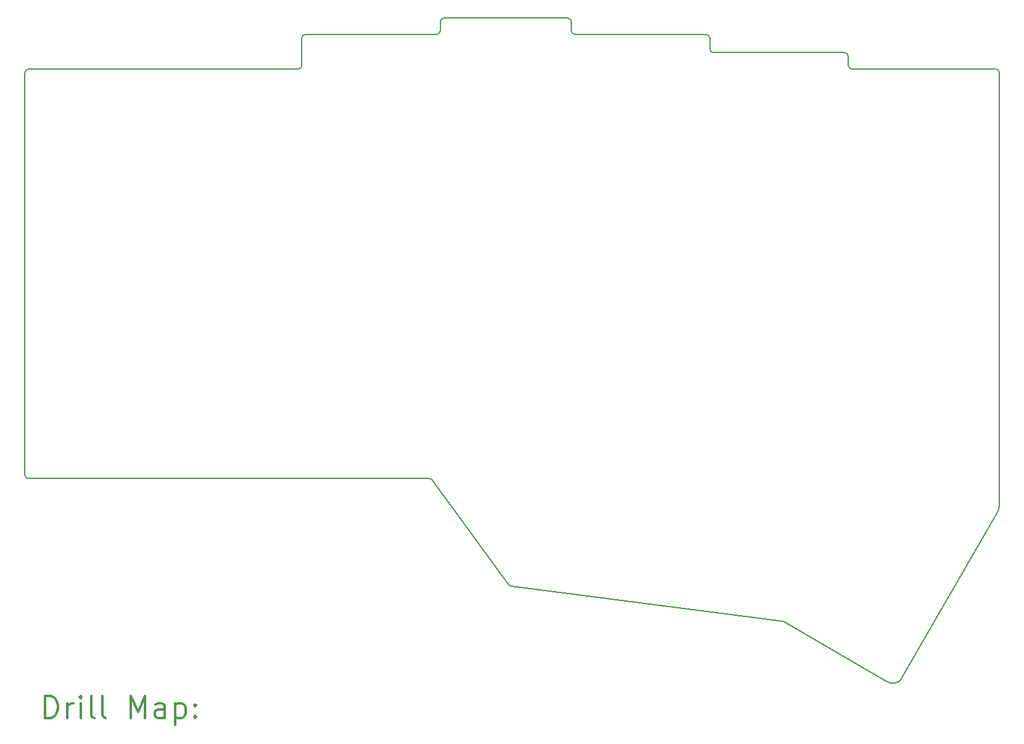
<source format=gbr>
%FSLAX45Y45*%
G04 Gerber Fmt 4.5, Leading zero omitted, Abs format (unit mm)*
G04 Created by KiCad (PCBNEW 5.1.5+dfsg1-2~bpo10+1) date 2020-09-05 17:28:52*
%MOMM*%
%LPD*%
G04 APERTURE LIST*
%TA.AperFunction,Profile*%
%ADD10C,0.150000*%
%TD*%
%ADD11C,0.200000*%
%ADD12C,0.300000*%
G04 APERTURE END LIST*
D10*
X19475000Y-12797500D02*
G75*
G02X19452276Y-12884770I-170224J-2270D01*
G01*
X18129726Y-15178146D02*
G75*
G02X17936925Y-15216096I-115301J77051D01*
G01*
X16442056Y-14377034D02*
G75*
G02X16507500Y-14390000I-33315J-339810D01*
G01*
X18129726Y-15178146D02*
X19452500Y-12885000D01*
X16507500Y-14390000D02*
X17936925Y-15216096D01*
X12775000Y-13900000D02*
X16442056Y-14377034D01*
X12739645Y-13885355D02*
G75*
G03X12775000Y-13900000I35355J35355D01*
G01*
X11685355Y-12439645D02*
X12739645Y-13885355D01*
X17400000Y-6625000D02*
X17400000Y-6750000D01*
X17400000Y-6625000D02*
G75*
G03X17350000Y-6575000I-50000J0D01*
G01*
X17400000Y-6750000D02*
G75*
G03X17450000Y-6800000I50000J0D01*
G01*
X19425000Y-6800000D02*
X17450000Y-6800000D01*
X11685355Y-12439645D02*
G75*
G03X11650000Y-12425000I-35355J-35355D01*
G01*
X6100000Y-12375000D02*
G75*
G03X6150000Y-12425000I50000J0D01*
G01*
X6150000Y-6800000D02*
G75*
G03X6100000Y-6850000I0J-50000D01*
G01*
X9850000Y-6800000D02*
G75*
G03X9900000Y-6750000I0J50000D01*
G01*
X9950000Y-6325000D02*
G75*
G03X9900000Y-6375000I0J-50000D01*
G01*
X11750000Y-6325000D02*
G75*
G03X11800000Y-6275000I0J50000D01*
G01*
X11850000Y-6100000D02*
G75*
G03X11800000Y-6150000I0J-50000D01*
G01*
X13600000Y-6150000D02*
G75*
G03X13550000Y-6100000I-50000J0D01*
G01*
X13600000Y-6275000D02*
G75*
G03X13650000Y-6325000I50000J0D01*
G01*
X15500000Y-6375000D02*
G75*
G03X15450000Y-6325000I-50000J0D01*
G01*
X15500000Y-6525000D02*
G75*
G03X15550000Y-6575000I50000J0D01*
G01*
X19475000Y-6850000D02*
G75*
G03X19425000Y-6800000I-50000J0D01*
G01*
X19475000Y-6850000D02*
X19475000Y-12797500D01*
X11650000Y-12425000D02*
X6149999Y-12425000D01*
X6100000Y-6850000D02*
X6100000Y-12375000D01*
X9850000Y-6800000D02*
X6150000Y-6800000D01*
X9900000Y-6375000D02*
X9900000Y-6750000D01*
X11750000Y-6325000D02*
X9950000Y-6325000D01*
X11800000Y-6150000D02*
X11800000Y-6275000D01*
X13550000Y-6100000D02*
X11850000Y-6100000D01*
X13600000Y-6275000D02*
X13600000Y-6150000D01*
X15450000Y-6325000D02*
X13650000Y-6325000D01*
X15500000Y-6525000D02*
X15500000Y-6375000D01*
X17350000Y-6575000D02*
X15550000Y-6575000D01*
D11*
D12*
X6378928Y-15712987D02*
X6378928Y-15412987D01*
X6450357Y-15412987D01*
X6493214Y-15427272D01*
X6521786Y-15455844D01*
X6536071Y-15484415D01*
X6550357Y-15541558D01*
X6550357Y-15584415D01*
X6536071Y-15641558D01*
X6521786Y-15670129D01*
X6493214Y-15698701D01*
X6450357Y-15712987D01*
X6378928Y-15712987D01*
X6678928Y-15712987D02*
X6678928Y-15512987D01*
X6678928Y-15570129D02*
X6693214Y-15541558D01*
X6707500Y-15527272D01*
X6736071Y-15512987D01*
X6764643Y-15512987D01*
X6864643Y-15712987D02*
X6864643Y-15512987D01*
X6864643Y-15412987D02*
X6850357Y-15427272D01*
X6864643Y-15441558D01*
X6878928Y-15427272D01*
X6864643Y-15412987D01*
X6864643Y-15441558D01*
X7050357Y-15712987D02*
X7021786Y-15698701D01*
X7007500Y-15670129D01*
X7007500Y-15412987D01*
X7207500Y-15712987D02*
X7178928Y-15698701D01*
X7164643Y-15670129D01*
X7164643Y-15412987D01*
X7550357Y-15712987D02*
X7550357Y-15412987D01*
X7650357Y-15627272D01*
X7750357Y-15412987D01*
X7750357Y-15712987D01*
X8021786Y-15712987D02*
X8021786Y-15555844D01*
X8007500Y-15527272D01*
X7978928Y-15512987D01*
X7921786Y-15512987D01*
X7893214Y-15527272D01*
X8021786Y-15698701D02*
X7993214Y-15712987D01*
X7921786Y-15712987D01*
X7893214Y-15698701D01*
X7878928Y-15670129D01*
X7878928Y-15641558D01*
X7893214Y-15612987D01*
X7921786Y-15598701D01*
X7993214Y-15598701D01*
X8021786Y-15584415D01*
X8164643Y-15512987D02*
X8164643Y-15812987D01*
X8164643Y-15527272D02*
X8193214Y-15512987D01*
X8250357Y-15512987D01*
X8278928Y-15527272D01*
X8293214Y-15541558D01*
X8307500Y-15570129D01*
X8307500Y-15655844D01*
X8293214Y-15684415D01*
X8278928Y-15698701D01*
X8250357Y-15712987D01*
X8193214Y-15712987D01*
X8164643Y-15698701D01*
X8436071Y-15684415D02*
X8450357Y-15698701D01*
X8436071Y-15712987D01*
X8421786Y-15698701D01*
X8436071Y-15684415D01*
X8436071Y-15712987D01*
X8436071Y-15527272D02*
X8450357Y-15541558D01*
X8436071Y-15555844D01*
X8421786Y-15541558D01*
X8436071Y-15527272D01*
X8436071Y-15555844D01*
M02*

</source>
